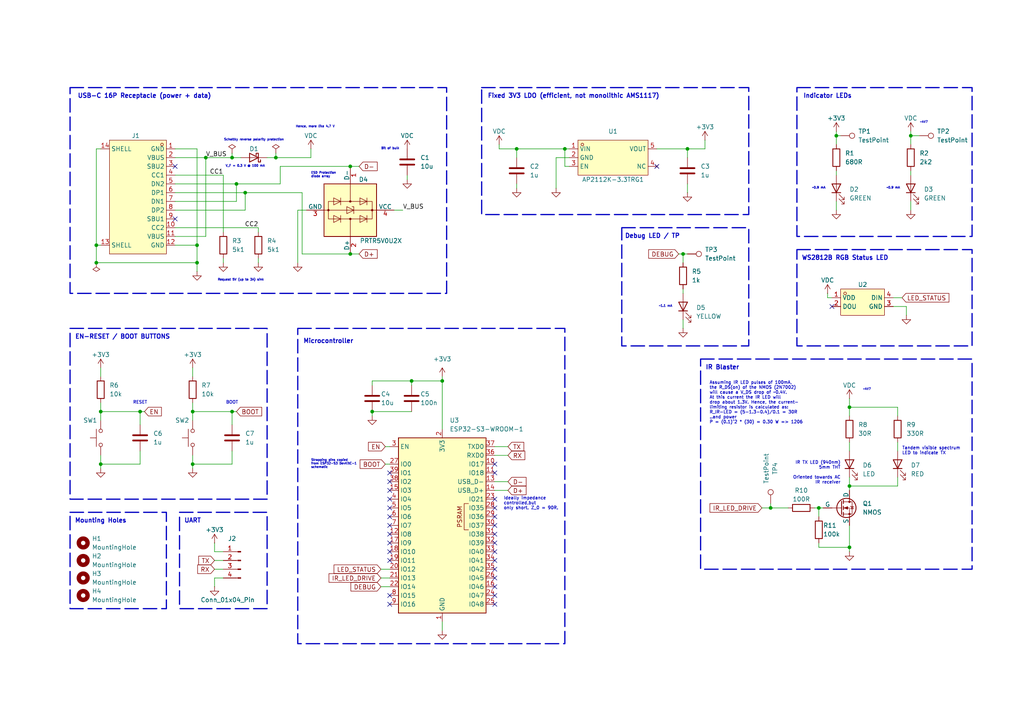
<source format=kicad_sch>
(kicad_sch (version 20250114) (generator "eeschema") (generator_version "9.0")
  (paper "A4")
  (lib_symbols
    (symbol "Connector:Conn_01x04_Pin" (pin_names (offset 1.016) (hide yes))
      (property "Reference" "J" (at 0 5.08 0))
      (property "Value" "Conn_01x04_Pin" (at 0 -7.62 0))
      (symbol "Conn_01x04_Pin_1_1"
        (pin passive line (at 5.08 2.54 180) (length 3.81) (name "Pin_1") (number "1"))
        (pin passive line (at 5.08 0 180) (length 3.81) (name "Pin_2") (number "2"))
        (pin passive line (at 5.08 -2.54 180) (length 3.81) (name "Pin_3") (number "3"))
        (pin passive line (at 5.08 -5.08 180) (length 3.81) (name "Pin_4") (number "4"))
      )
    )
    (symbol "Connector:TestPoint" (pin_numbers (hide yes)) (pin_names (offset 0.762) (hide yes))
      (property "Reference" "TP" (at 0 6.858 0))
      (property "Value" "TestPoint" (at 0 5.08 0))
      (symbol "TestPoint_1_1"
        (pin passive line (at 0 0 90) (length 2.54) (name "1") (number "1"))
      )
    )
    (symbol "Device:C" (pin_numbers (hide yes)) (pin_names (offset 0.254))
      (property "Reference" "C" (at 0.635 2.54 0))
      (property "Value" "C" (at 0.635 -2.54 0))
      (symbol "C_1_1"
        (pin passive line (at 0 3.81 270) (length 2.794) (name "~") (number "1"))
        (pin passive line (at 0 -3.81 90) (length 2.794) (name "~") (number "2"))
      )
    )
    (symbol "Device:D_Schottky" (pin_numbers (hide yes)) (pin_names (offset 1.016) (hide yes))
      (property "Reference" "D" (at 0 2.54 0))
      (property "Value" "D_Schottky" (at 0 -2.54 0))
      (symbol "D_Schottky_1_1"
        (pin passive line (at -3.81 0 0) (length 2.54) (name "K") (number "1"))
        (pin passive line (at 3.81 0 180) (length 2.54) (name "A") (number "2"))
      )
    )
    (symbol "Device:LED" (pin_numbers (hide yes)) (pin_names (offset 1.016) (hide yes))
      (property "Reference" "D" (at 0 2.54 0))
      (property "Value" "LED" (at 0 -2.54 0))
      (symbol "LED_1_1"
        (pin passive line (at -3.81 0 0) (length 2.54) (name "K") (number "1"))
        (pin passive line (at 3.81 0 180) (length 2.54) (name "A") (number "2"))
      )
    )
    (symbol "Device:R" (pin_numbers (hide yes)) (pin_names (offset 0))
      (property "Reference" "R" (at 2.032 0 90))
      (property "Value" "R" (at 0 0 90))
      (symbol "R_1_1"
        (pin passive line (at 0 3.81 270) (length 1.27) (name "~") (number "1"))
        (pin passive line (at 0 -3.81 90) (length 1.27) (name "~") (number "2"))
      )
    )
    (symbol "LC_libz_sym:AP2112K-3.3TRG1"
      (property "Reference" "U" (at 0 7.62 0))
      (symbol "AP2112K-3.3TRG1_1_1"
        (pin power_in line (at -12.7 2.54 0) (length 2.54) (name "VIN") (number "1"))
        (pin power_in line (at -12.7 0 0) (length 2.54) (name "GND") (number "2"))
        (pin input line (at -12.7 -2.54 0) (length 2.54) (name "EN") (number "3"))
        (pin power_out line (at 12.7 2.54 180) (length 2.54) (name "VOUT") (number "5"))
        (pin no_connect line (at 12.7 -2.54 180) (length 2.54) (name "NC") (number "4"))
      )
    )
    (symbol "LC_libz_sym:TYPE-C16PIN2MD(073)"
      (property "Reference" "USB" (at 0 19.05 0))
      (symbol "TYPE-C16PIN2MD(073)_0_1"
        (pin unspecified line (at -11.43 8.89 0) (length 2.54) (name "SBU2") (number "3"))
        (pin unspecified line (at -11.43 -6.35 0) (length 2.54) (name "SBU1") (number "9"))
      )
      (symbol "TYPE-C16PIN2MD(073)_1_1"
        (pin power_in line (at -11.43 13.97 0) (length 2.54) (name "GND") (number "1"))
        (pin power_in line (at -11.43 11.43 0) (length 2.54) (name "VBUS") (number "2"))
        (pin bidirectional line (at -11.43 6.35 0) (length 2.54) (name "CC1") (number "4"))
        (pin bidirectional line (at -11.43 3.81 0) (length 2.54) (name "DN2") (number "5"))
        (pin bidirectional line (at -11.43 1.27 0) (length 2.54) (name "DP1") (number "6"))
        (pin bidirectional line (at -11.43 -1.27 0) (length 2.54) (name "DN1") (number "7"))
        (pin bidirectional line (at -11.43 -3.81 0) (length 2.54) (name "DP2") (number "8"))
        (pin bidirectional line (at -11.43 -8.89 0) (length 2.54) (name "CC2") (number "10"))
        (pin power_in line (at -11.43 -11.43 0) (length 2.54) (name "VBUS") (number "11"))
        (pin power_in line (at -11.43 -13.97 0) (length 2.54) (name "GND") (number "12"))
        (pin power_in line (at 10.16 13.97 180) (length 2.54) (name "SHELL") (number "14"))
        (pin power_in line (at 10.16 -13.97 180) (length 2.54) (name "SHELL") (number "13"))
      )
    )
    (symbol "LC_libz_sym:WS2812B_5050"
      (property "Reference" "U" (at 0 6.35 0))
      (symbol "WS2812B_5050_1_1"
        (pin power_in line (at -8.89 1.27 0) (length 2.54) (name "VDD") (number "1"))
        (pin output line (at -8.89 -1.27 0) (length 2.54) (name "DOU") (number "2"))
        (pin input line (at 8.89 1.27 180) (length 2.54) (name "DIN") (number "4"))
        (pin power_in line (at 8.89 -1.27 180) (length 2.54) (name "GND") (number "3"))
      )
    )
    (symbol "Mechanical:MountingHole" (pin_names (offset 1.016)) (in_bom no)
      (property "Reference" "H" (at 0 5.08 0))
      (property "Value" "MountingHole" (at 0 3.175 0))
    )
    (symbol "Power_Protection:PRTR5V0U2X" (pin_names (offset 0))
      (property "Reference" "D" (at 2.794 8.636 0))
      (property "Value" "PRTR5V0U2X" (at 8.128 -9.398 0))
      (symbol "PRTR5V0U2X_1_1"
        (pin passive line (at -12.7 0 0) (length 5.08) (name "D-") (number "1"))
        (pin passive line (at 0 12.7 270) (length 5.08) (name "VCC") (number "4"))
        (pin passive line (at 0 -12.7 90) (length 5.08) (name "GND") (number "3"))
        (pin passive line (at 12.7 0 180) (length 5.08) (name "D+") (number "2"))
      )
    )
    (symbol "RF_Module:ESP32-S3-WROOM-1"
      (property "Reference" "U" (at -12.7 26.67 0))
      (property "Value" "ESP32-S3-WROOM-1" (at 12.7 26.67 0))
      (symbol "ESP32-S3-WROOM-1_0_0"
        (text "PSRAM" (at 5.08 2.54 900) (effects (font (size 1.27 1.27))))
      )
      (symbol "ESP32-S3-WROOM-1_1_1"
        (pin input line (at -15.24 22.86 0) (length 2.54) (name "EN") (number "3"))
        (pin bidirectional line (at -15.24 17.78 0) (length 2.54) (name "IO0") (number "27"))
        (pin bidirectional line (at -15.24 15.24 0) (length 2.54) (name "IO1") (number "39"))
        (pin bidirectional line (at -15.24 12.7 0) (length 2.54) (name "IO2") (number "38"))
        (pin bidirectional line (at -15.24 10.16 0) (length 2.54) (name "IO3") (number "15"))
        (pin bidirectional line (at -15.24 7.62 0) (length 2.54) (name "IO4") (number "4"))
        (pin bidirectional line (at -15.24 5.08 0) (length 2.54) (name "IO5") (number "5"))
        (pin bidirectional line (at -15.24 2.54 0) (length 2.54) (name "IO6") (number "6"))
        (pin bidirectional line (at -15.24 0 0) (length 2.54) (name "IO7") (number "7"))
        (pin bidirectional line (at -15.24 -2.54 0) (length 2.54) (name "IO8") (number "12"))
        (pin bidirectional line (at -15.24 -5.08 0) (length 2.54) (name "IO9") (number "17"))
        (pin bidirectional line (at -15.24 -7.62 0) (length 2.54) (name "IO10") (number "18"))
        (pin bidirectional line (at -15.24 -10.16 0) (length 2.54) (name "IO11") (number "19"))
        (pin bidirectional line (at -15.24 -12.7 0) (length 2.54) (name "IO12") (number "20"))
        (pin bidirectional line (at -15.24 -15.24 0) (length 2.54) (name "IO13") (number "21"))
        (pin bidirectional line (at -15.24 -17.78 0) (length 2.54) (name "IO14") (number "22"))
        (pin bidirectional line (at -15.24 -20.32 0) (length 2.54) (name "IO15") (number "8"))
        (pin bidirectional line (at -15.24 -22.86 0) (length 2.54) (name "IO16") (number "9"))
        (pin power_in line (at 0 27.94 270) (length 2.54) (name "3V3") (number "2"))
        (pin power_in line (at 0 -27.94 90) (length 2.54) (name "GND") (number "1"))
        (pin passive line (at 0 -27.94 90) (length 2.54) (hide yes) (name "GND") (number "40"))
        (pin passive line (at 0 -27.94 90) (length 2.54) (hide yes) (name "GND") (number "41"))
        (pin bidirectional line (at 15.24 22.86 180) (length 2.54) (name "TXD0") (number "37"))
        (pin bidirectional line (at 15.24 20.32 180) (length 2.54) (name "RXD0") (number "36"))
        (pin bidirectional line (at 15.24 17.78 180) (length 2.54) (name "IO17") (number "10"))
        (pin bidirectional line (at 15.24 15.24 180) (length 2.54) (name "IO18") (number "11"))
        (pin bidirectional line (at 15.24 12.7 180) (length 2.54) (name "USB_D-") (number "13"))
        (pin bidirectional line (at 15.24 10.16 180) (length 2.54) (name "USB_D+") (number "14"))
        (pin bidirectional line (at 15.24 7.62 180) (length 2.54) (name "IO21") (number "23"))
        (pin bidirectional line (at 15.24 5.08 180) (length 2.54) (name "IO35") (number "28"))
        (pin bidirectional line (at 15.24 2.54 180) (length 2.54) (name "IO36") (number "29"))
        (pin bidirectional line (at 15.24 0 180) (length 2.54) (name "IO37") (number "30"))
        (pin bidirectional line (at 15.24 -2.54 180) (length 2.54) (name "IO38") (number "31"))
        (pin bidirectional line (at 15.24 -5.08 180) (length 2.54) (name "IO39") (number "32"))
        (pin bidirectional line (at 15.24 -7.62 180) (length 2.54) (name "IO40") (number "33"))
        (pin bidirectional line (at 15.24 -10.16 180) (length 2.54) (name "IO41") (number "34"))
        (pin bidirectional line (at 15.24 -12.7 180) (length 2.54) (name "IO42") (number "35"))
        (pin bidirectional line (at 15.24 -15.24 180) (length 2.54) (name "IO45") (number "26"))
        (pin bidirectional line (at 15.24 -17.78 180) (length 2.54) (name "IO46") (number "16"))
        (pin bidirectional line (at 15.24 -20.32 180) (length 2.54) (name "IO47") (number "24"))
        (pin bidirectional line (at 15.24 -22.86 180) (length 2.54) (name "IO48") (number "25"))
      )
    )
    (symbol "Simulation_SPICE:NMOS" (pin_numbers (hide yes)) (pin_names (offset 0))
      (property "Reference" "Q" (at 5.08 1.27 0))
      (property "Value" "NMOS" (at 5.08 -1.27 0))
      (symbol "NMOS_1_1"
        (pin input line (at -5.08 0 0) (length 2.54) (name "G") (number "2"))
        (pin passive line (at 2.54 5.08 270) (length 2.54) (name "D") (number "1"))
        (pin passive line (at 2.54 -5.08 90) (length 2.54) (name "S") (number "3"))
      )
    )
    (symbol "Switch:SW_Push" (pin_numbers (hide yes)) (pin_names (offset 1.016) (hide yes))
      (property "Reference" "SW" (at 1.27 2.54 0))
      (property "Value" "SW_Push" (at 0 -1.524 0))
      (symbol "SW_Push_0_1"
        (pin passive line (at -5.08 0 0) (length 2.54) (name "1") (number "1"))
        (pin passive line (at 5.08 0 180) (length 2.54) (name "2") (number "2"))
      )
    )
    (symbol "power:+3V3" (power) (pin_numbers (hide yes)) (pin_names (offset 0) (hide yes))
      (property "Value" "+3V3" (at 0 3.556 0))
      (symbol "+3V3_1_1"
        (pin power_in line (at 0 0 90) (length 0) (name "~") (number "1"))
      )
    )
    (symbol "power:GND" (power) (pin_numbers (hide yes)) (pin_names (offset 0) (hide yes))
      (property "Value" "GND" (at 0 -3.81 0))
      (symbol "GND_1_1"
        (pin power_in line (at 0 0 270) (length 0) (name "~") (number "1"))
      )
    )
    (symbol "power:PWR_FLAG" (power) (pin_numbers (hide yes)) (pin_names (offset 0) (hide yes))
      (property "Value" "PWR_FLAG" (at 0 3.81 0))
      (symbol "PWR_FLAG_0_0"
        (pin power_out line (at 0 0 90) (length 0) (name "~") (number "1"))
      )
    )
    (symbol "power:VDC" (power) (pin_numbers (hide yes)) (pin_names (offset 0) (hide yes))
      (property "Value" "VDC" (at 0 3.556 0))
      (symbol "VDC_1_1"
        (pin power_in line (at 0 0 90) (length 0) (name "~") (number "1"))
      )
    )
  )
  (rectangle (start 139.7 25.4) (end 217.17 62.23) (stroke (width 0.3556) (type dash)))
  (rectangle (start 231.14 25.4) (end 281.94 68.58) (stroke (width 0.3556) (type dash)))
  (rectangle (start 20.32 25.4) (end 129.54 85.09) (stroke (width 0.3556) (type dash)))
  (rectangle (start 20.32 95.25) (end 77.47 144.78) (stroke (width 0.3556) (type dash)))
  (rectangle (start 231.14 72.39) (end 281.94 100.33) (stroke (width 0.3556) (type dash)))
  (rectangle (start 20.32 148.59) (end 48.26 176.53) (stroke (width 0.3556) (type dash)))
  (rectangle (start 203.2 104.14) (end 281.94 165.1) (stroke (width 0.3556) (type dash)))
  (rectangle (start 86.36 95.25) (end 163.83 186.69) (stroke (width 0.3556) (type dash)))
  (rectangle (start 52.07 148.59) (end 77.47 176.53) (stroke (width 0.3556) (type dash)))
  (rectangle (start 180.34 66.04) (end 217.17 100.33) (stroke (width 0.3556) (type dash)))
  (text "Mounting Holes" (at 29.21 151.13 0) (effects (font (size 1.27 1.27) (thickness 0.254) (bold yes))))
  (text "Debug LED / TP" (at 189.23 68.58 0) (effects (font (size 1.27 1.27) (thickness 0.254) (bold yes))))
  (text "RESET" (at 40.64 116.84 0) (effects (font (size 0.889 0.889))))
  (text "ESD Protection\ndiode array" (at 90.17 50.8 0) (effects (font (size 0.635 0.635)) (justify left)))
  (text "WS2812B RGB Status LED" (at 245.11 74.93 0) (effects (font (size 1.27 1.27) (thickness 0.254) (bold yes))))
  (text "~0.9 mA" (at 259.08 54.61 0) (effects (font (size 0.635 0.635))))
  (text "Schottky reverse polarity protection" (at 73.66 40.64 0) (effects (font (size 0.635 0.635))))
  (text "Tandem visible spectrum\nLED to indicate TX" (at 261.62 130.81 0) (effects (font (size 0.889 0.889)) (justify left)))
  (text "IR Blaster" (at 209.55 106.68 0) (effects (font (size 1.27 1.27) (thickness 0.254) (bold yes))))
  (text "~4V7" (at 267.97 35.56 0) (effects (font (size 0.635 0.635))))
  (text "Ideally impedance\ncontrolled,but \nonly short. Z_0 = 90R." (at 146.05 146.05 0) (effects (font (size 0.889 0.889)) (justify left)))
  (text "Microcontroller" (at 95.25 99.06 0) (effects (font (size 1.27 1.27) (thickness 0.254) (bold yes))))
  (text "EN-RESET / BOOT BUTTONS" (at 35.56 97.79 0) (effects (font (size 1.27 1.27) (thickness 0.254) (bold yes))))
  (text "UART" (at 55.88 151.13 0) (effects (font (size 1.27 1.27) (thickness 0.254) (bold yes))))
  (text "Assuming IR LED pulses of 100mA,\nthe R_DS(on) of the NMOS (2N7002)\nwill cause a V_DS drop of ~0.4V.\nAt this current the IR LED will \ndrop about 1.3V. Hence, the current-\nlimiting resistor is calculated as:\nR_IR-LED = (5-1.3-0.4)/0.1 = 30R\n..and power\nP = (0.1)^2 * (30) = 0.30 W => 1206" (at 205.74 116.84 0) (effects (font (size 0.889 0.889)) (justify left)))
  (text "Hence, more like 4.7 V" (at 91.44 36.83 0) (effects (font (size 0.635 0.635))))
  (text "V_F = 0.3 V @ 100 mA" (at 71.12 48.26 0) (effects (font (size 0.635 0.635))))
  (text "~1.1 mA" (at 193.04 88.9 0) (effects (font (size 0.635 0.635))))
  (text "BOOT" (at 67.31 116.84 0) (effects (font (size 0.889 0.889))))
  (text "~0.9 mA" (at 237.49 54.61 0) (effects (font (size 0.635 0.635))))
  (text "USB-C 16P Receptacle (power + data)" (at 41.91 27.94 0) (effects (font (size 1.27 1.27) (thickness 0.254) (bold yes))))
  (text "~4V7" (at 251.46 113.03 0) (effects (font (size 0.635 0.635))))
  (text "Strapping pins copied\nfrom ESP32-S3 DevKitC-1\nschematic" (at 90.17 134.62 0) (effects (font (size 0.635 0.635)) (justify left)))
  (text "IR TX LED (940nm)\n5mm THT\n\nOriented towards AC\nIR receiver" (at 243.84 137.16 0) (effects (font (size 0.889 0.889)) (justify right)))
  (text "Indicator LEDs" (at 240.03 27.94 0) (effects (font (size 1.27 1.27) (thickness 0.254) (bold yes))))
  (text "Request 5V (up to 3A) sink" (at 69.85 81.28 0) (effects (font (size 0.635 0.635))))
  (text "Fixed 3V3 LDO (efficient, not monolithic AMS1117)" (at 166.37 27.94 0) (effects (font (size 1.27 1.27) (thickness 0.254) (bold yes))))
  (text "Bit of bulk" (at 110.49 43.18 0) (effects (font (size 0.635 0.635)) (justify left)))
  (junction (at 67.31 119.38))
  (junction (at 57.15 71.12))
  (junction (at 67.31 45.72))
  (junction (at 55.88 134.62))
  (junction (at 149.86 43.18))
  (junction (at 101.6 73.66))
  (junction (at 107.95 119.38))
  (junction (at 40.64 119.38))
  (junction (at 29.21 134.62))
  (junction (at 199.39 43.18))
  (junction (at 246.38 158.75))
  (junction (at 27.94 76.2))
  (junction (at 71.12 55.88))
  (junction (at 242.57 39.37))
  (junction (at 128.27 110.49))
  (junction (at 80.01 45.72))
  (junction (at 119.38 110.49))
  (junction (at 101.6 48.26))
  (junction (at 57.15 76.2))
  (junction (at 237.49 147.32))
  (junction (at 55.88 119.38))
  (junction (at 246.38 118.11))
  (junction (at 163.83 43.18))
  (junction (at 59.69 45.72))
  (junction (at 29.21 119.38))
  (junction (at 264.16 39.37))
  (junction (at 27.94 71.12))
  (junction (at 246.38 140.97))
  (junction (at 198.12 73.66))
  (junction (at 68.58 53.34))
  (junction (at 223.52 147.32))
  (no_connect (at 113.03 139.7))
  (no_connect (at 50.8 63.5))
  (no_connect (at 143.51 165.1))
  (no_connect (at 113.03 152.4))
  (no_connect (at 113.03 175.26))
  (no_connect (at 113.03 144.78))
  (no_connect (at 143.51 170.18))
  (no_connect (at 143.51 172.72))
  (no_connect (at 143.51 167.64))
  (no_connect (at 50.8 48.26))
  (no_connect (at 143.51 157.48))
  (no_connect (at 113.03 149.86))
  (no_connect (at 113.03 154.94))
  (no_connect (at 113.03 157.48))
  (no_connect (at 113.03 162.56))
  (no_connect (at 113.03 142.24))
  (no_connect (at 143.51 144.78))
  (no_connect (at 113.03 147.32))
  (no_connect (at 143.51 152.4))
  (no_connect (at 143.51 147.32))
  (no_connect (at 113.03 160.02))
  (no_connect (at 241.3 88.9))
  (no_connect (at 143.51 162.56))
  (no_connect (at 143.51 154.94))
  (no_connect (at 143.51 175.26))
  (no_connect (at 113.03 137.16))
  (no_connect (at 143.51 149.86))
  (no_connect (at 190.5 48.26))
  (no_connect (at 143.51 137.16))
  (no_connect (at 113.03 172.72))
  (no_connect (at 143.51 134.62))
  (no_connect (at 143.51 160.02))
  (wire (pts (xy 64.77 67.31) (xy 64.77 50.8)))
  (wire (pts (xy 246.38 118.11) (xy 246.38 120.65)))
  (wire (pts (xy 246.38 128.27) (xy 246.38 130.81)))
  (wire (pts (xy 29.21 106.68) (xy 29.21 109.22)))
  (wire (pts (xy 161.29 45.72) (xy 165.1 45.72)))
  (wire (pts (xy 64.77 50.8) (xy 50.8 50.8)))
  (wire (pts (xy 68.58 53.34) (xy 81.28 53.34)))
  (wire (pts (xy 246.38 115.57) (xy 246.38 118.11)))
  (wire (pts (xy 57.15 43.18) (xy 57.15 71.12)))
  (wire (pts (xy 161.29 54.61) (xy 161.29 45.72)))
  (wire (pts (xy 199.39 53.34) (xy 199.39 55.88)))
  (wire (pts (xy 67.31 44.45) (xy 67.31 45.72)))
  (wire (pts (xy 111.76 134.62) (xy 113.03 134.62)))
  (wire (pts (xy 71.12 60.96) (xy 71.12 55.88)))
  (wire (pts (xy 29.21 134.62) (xy 40.64 134.62)))
  (wire (pts (xy 242.57 39.37) (xy 242.57 41.91)))
  (wire (pts (xy 50.8 68.58) (xy 59.69 68.58)))
  (wire (pts (xy 67.31 130.81) (xy 67.31 134.62)))
  (wire (pts (xy 119.38 119.38) (xy 107.95 119.38)))
  (wire (pts (xy 165.1 48.26) (xy 163.83 48.26)))
  (wire (pts (xy 199.39 43.18) (xy 199.39 45.72)))
  (wire (pts (xy 62.23 160.02) (xy 64.77 160.02)))
  (wire (pts (xy 199.39 43.18) (xy 204.47 43.18)))
  (wire (pts (xy 107.95 110.49) (xy 119.38 110.49)))
  (wire (pts (xy 59.69 45.72) (xy 67.31 45.72)))
  (wire (pts (xy 57.15 76.2) (xy 57.15 71.12)))
  (wire (pts (xy 101.6 48.26) (xy 104.14 48.26)))
  (wire (pts (xy 246.38 118.11) (xy 260.35 118.11)))
  (wire (pts (xy 237.49 157.48) (xy 237.49 158.75)))
  (wire (pts (xy 242.57 39.37) (xy 243.84 39.37)))
  (wire (pts (xy 29.21 134.62) (xy 29.21 132.08)))
  (wire (pts (xy 198.12 92.71) (xy 198.12 95.25)))
  (wire (pts (xy 107.95 111.76) (xy 107.95 110.49)))
  (wire (pts (xy 163.83 43.18) (xy 165.1 43.18)))
  (wire (pts (xy 242.57 38.1) (xy 242.57 39.37)))
  (wire (pts (xy 50.8 45.72) (xy 59.69 45.72)))
  (wire (pts (xy 55.88 119.38) (xy 55.88 121.92)))
  (wire (pts (xy 87.63 73.66) (xy 87.63 55.88)))
  (wire (pts (xy 119.38 110.49) (xy 119.38 111.76)))
  (wire (pts (xy 81.28 53.34) (xy 81.28 48.26)))
  (wire (pts (xy 27.94 43.18) (xy 27.94 71.12)))
  (wire (pts (xy 240.03 86.36) (xy 241.3 86.36)))
  (wire (pts (xy 107.95 119.38) (xy 107.95 120.65)))
  (wire (pts (xy 40.64 119.38) (xy 29.21 119.38)))
  (wire (pts (xy 223.52 146.05) (xy 223.52 147.32)))
  (wire (pts (xy 114.3 60.96) (xy 116.84 60.96)))
  (wire (pts (xy 190.5 43.18) (xy 199.39 43.18)))
  (wire (pts (xy 237.49 147.32) (xy 238.76 147.32)))
  (wire (pts (xy 260.35 118.11) (xy 260.35 120.65)))
  (wire (pts (xy 246.38 152.4) (xy 246.38 158.75)))
  (wire (pts (xy 237.49 149.86) (xy 237.49 147.32)))
  (wire (pts (xy 119.38 110.49) (xy 128.27 110.49)))
  (wire (pts (xy 220.98 147.32) (xy 223.52 147.32)))
  (wire (pts (xy 62.23 170.18) (xy 62.23 167.64)))
  (wire (pts (xy 27.94 76.2) (xy 57.15 76.2)))
  (wire (pts (xy 74.93 74.93) (xy 74.93 76.2)))
  (wire (pts (xy 40.64 119.38) (xy 41.91 119.38)))
  (wire (pts (xy 260.35 140.97) (xy 260.35 138.43)))
  (wire (pts (xy 111.76 129.54) (xy 113.03 129.54)))
  (wire (pts (xy 55.88 106.68) (xy 55.88 109.22)))
  (wire (pts (xy 101.6 73.66) (xy 104.14 73.66)))
  (wire (pts (xy 149.86 43.18) (xy 163.83 43.18)))
  (wire (pts (xy 246.38 140.97) (xy 246.38 142.24)))
  (wire (pts (xy 259.08 86.36) (xy 261.62 86.36)))
  (wire (pts (xy 110.49 165.1) (xy 113.03 165.1)))
  (wire (pts (xy 246.38 138.43) (xy 246.38 140.97)))
  (wire (pts (xy 29.21 116.84) (xy 29.21 119.38)))
  (wire (pts (xy 67.31 123.19) (xy 67.31 119.38)))
  (wire (pts (xy 40.64 123.19) (xy 40.64 119.38)))
  (wire (pts (xy 71.12 55.88) (xy 87.63 55.88)))
  (wire (pts (xy 55.88 134.62) (xy 67.31 134.62)))
  (wire (pts (xy 59.69 68.58) (xy 59.69 45.72)))
  (wire (pts (xy 143.51 142.24) (xy 147.32 142.24)))
  (wire (pts (xy 262.89 88.9) (xy 259.08 88.9)))
  (wire (pts (xy 64.77 165.1) (xy 62.23 165.1)))
  (wire (pts (xy 240.03 85.09) (xy 240.03 86.36)))
  (wire (pts (xy 55.88 134.62) (xy 55.88 132.08)))
  (wire (pts (xy 50.8 43.18) (xy 57.15 43.18)))
  (wire (pts (xy 236.22 147.32) (xy 237.49 147.32)))
  (wire (pts (xy 143.51 129.54) (xy 147.32 129.54)))
  (wire (pts (xy 64.77 74.93) (xy 64.77 76.2)))
  (wire (pts (xy 40.64 130.81) (xy 40.64 134.62)))
  (wire (pts (xy 50.8 60.96) (xy 71.12 60.96)))
  (wire (pts (xy 50.8 58.42) (xy 68.58 58.42)))
  (wire (pts (xy 68.58 53.34) (xy 50.8 53.34)))
  (wire (pts (xy 67.31 119.38) (xy 68.58 119.38)))
  (wire (pts (xy 67.31 45.72) (xy 69.85 45.72)))
  (wire (pts (xy 242.57 49.53) (xy 242.57 50.8)))
  (wire (pts (xy 64.77 162.56) (xy 62.23 162.56)))
  (wire (pts (xy 149.86 53.34) (xy 149.86 54.61)))
  (wire (pts (xy 87.63 73.66) (xy 101.6 73.66)))
  (wire (pts (xy 260.35 128.27) (xy 260.35 130.81)))
  (wire (pts (xy 264.16 49.53) (xy 264.16 50.8)))
  (wire (pts (xy 196.85 73.66) (xy 198.12 73.66)))
  (wire (pts (xy 110.49 170.18) (xy 113.03 170.18)))
  (wire (pts (xy 27.94 43.18) (xy 29.21 43.18)))
  (wire (pts (xy 29.21 119.38) (xy 29.21 121.92)))
  (wire (pts (xy 144.78 41.91) (xy 144.78 43.18)))
  (wire (pts (xy 81.28 48.26) (xy 101.6 48.26)))
  (wire (pts (xy 242.57 58.42) (xy 242.57 60.96)))
  (wire (pts (xy 86.36 60.96) (xy 88.9 60.96)))
  (wire (pts (xy 144.78 43.18) (xy 149.86 43.18)))
  (wire (pts (xy 62.23 157.48) (xy 62.23 160.02)))
  (wire (pts (xy 50.8 66.04) (xy 74.93 66.04)))
  (wire (pts (xy 246.38 160.02) (xy 246.38 158.75)))
  (wire (pts (xy 57.15 78.74) (xy 57.15 76.2)))
  (wire (pts (xy 57.15 71.12) (xy 50.8 71.12)))
  (wire (pts (xy 204.47 40.64) (xy 204.47 43.18)))
  (wire (pts (xy 80.01 44.45) (xy 80.01 45.72)))
  (wire (pts (xy 198.12 83.82) (xy 198.12 85.09)))
  (wire (pts (xy 68.58 58.42) (xy 68.58 53.34)))
  (wire (pts (xy 77.47 45.72) (xy 80.01 45.72)))
  (wire (pts (xy 80.01 45.72) (xy 90.17 45.72)))
  (wire (pts (xy 262.89 91.44) (xy 262.89 88.9)))
  (wire (pts (xy 264.16 39.37) (xy 264.16 41.91)))
  (wire (pts (xy 143.51 139.7) (xy 147.32 139.7)))
  (wire (pts (xy 50.8 55.88) (xy 71.12 55.88)))
  (wire (pts (xy 67.31 119.38) (xy 55.88 119.38)))
  (wire (pts (xy 163.83 48.26) (xy 163.83 43.18)))
  (wire (pts (xy 90.17 45.72) (xy 90.17 43.18)))
  (wire (pts (xy 74.93 67.31) (xy 74.93 66.04)))
  (wire (pts (xy 86.36 60.96) (xy 86.36 76.2)))
  (wire (pts (xy 264.16 58.42) (xy 264.16 60.96)))
  (wire (pts (xy 55.88 135.89) (xy 55.88 134.62)))
  (wire (pts (xy 128.27 110.49) (xy 128.27 124.46)))
  (wire (pts (xy 128.27 109.22) (xy 128.27 110.49)))
  (wire (pts (xy 149.86 43.18) (xy 149.86 45.72)))
  (wire (pts (xy 198.12 73.66) (xy 198.12 76.2)))
  (wire (pts (xy 246.38 140.97) (xy 260.35 140.97)))
  (wire (pts (xy 223.52 147.32) (xy 228.6 147.32)))
  (wire (pts (xy 27.94 71.12) (xy 29.21 71.12)))
  (wire (pts (xy 128.27 180.34) (xy 128.27 182.88)))
  (wire (pts (xy 143.51 132.08) (xy 147.32 132.08)))
  (wire (pts (xy 110.49 167.64) (xy 113.03 167.64)))
  (wire (pts (xy 29.21 135.89) (xy 29.21 134.62)))
  (wire (pts (xy 264.16 39.37) (xy 266.7 39.37)))
  (wire (pts (xy 237.49 158.75) (xy 246.38 158.75)))
  (wire (pts (xy 55.88 116.84) (xy 55.88 119.38)))
  (wire (pts (xy 62.23 167.64) (xy 64.77 167.64)))
  (wire (pts (xy 264.16 38.1) (xy 264.16 39.37)))
  (wire (pts (xy 27.94 71.12) (xy 27.94 76.2)))
  (wire (pts (xy 198.12 73.66) (xy 199.39 73.66)))
  (wire (pts (xy 118.11 50.8) (xy 118.11 52.07)))
  (label "CC1" (at 64.77 50.8 180))
  (label "V_BUS" (at 59.69 45.72 0))
  (label "CC2" (at 74.93 66.04 180))
  (label "V_BUS" (at 116.84 60.96 0))
  (global_label "LED_STATUS" (shape input) (at 261.62 86.36 0) (property "Intersheetrefs" "${INTERSHEET_REFS}" (effects (hide yes))))
  (global_label "LED_STATUS" (shape input) (at 110.49 165.1 180) (property "Intersheetrefs" "${INTERSHEET_REFS}" (effects (hide yes))))
  (global_label "EN" (shape input) (at 41.91 119.38 0) (property "Intersheetrefs" "${INTERSHEET_REFS}" (effects (hide yes))))
  (global_label "RX" (shape input) (at 147.32 132.08 0) (property "Intersheetrefs" "${INTERSHEET_REFS}" (effects (hide yes))))
  (global_label "BOOT" (shape input) (at 111.76 134.62 180) (property "Intersheetrefs" "${INTERSHEET_REFS}" (effects (hide yes))))
  (global_label "DEBUG" (shape input) (at 110.49 170.18 180) (property "Intersheetrefs" "${INTERSHEET_REFS}" (effects (hide yes))))
  (global_label "TX" (shape input) (at 147.32 129.54 0) (property "Intersheetrefs" "${INTERSHEET_REFS}" (effects (hide yes))))
  (global_label "DEBUG" (shape input) (at 196.85 73.66 180) (property "Intersheetrefs" "${INTERSHEET_REFS}" (effects (hide yes))))
  (global_label "D+" (shape input) (at 147.32 142.24 0) (property "Intersheetrefs" "${INTERSHEET_REFS}" (effects (hide yes))))
  (global_label "BOOT" (shape input) (at 68.58 119.38 0) (property "Intersheetrefs" "${INTERSHEET_REFS}" (effects (hide yes))))
  (global_label "RX" (shape input) (at 62.23 165.1 180) (property "Intersheetrefs" "${INTERSHEET_REFS}" (effects (hide yes))))
  (global_label "IR_LED_DRIVE" (shape input) (at 110.49 167.64 180) (property "Intersheetrefs" "${INTERSHEET_REFS}" (effects (hide yes))))
  (global_label "IR_LED_DRIVE" (shape input) (at 220.98 147.32 180) (property "Intersheetrefs" "${INTERSHEET_REFS}" (effects (hide yes))))
  (global_label "D-" (shape input) (at 104.14 48.26 0) (property "Intersheetrefs" "${INTERSHEET_REFS}" (effects (hide yes))))
  (global_label "EN" (shape input) (at 111.76 129.54 180) (property "Intersheetrefs" "${INTERSHEET_REFS}" (effects (hide yes))))
  (global_label "D+" (shape input) (at 104.14 73.66 0) (property "Intersheetrefs" "${INTERSHEET_REFS}" (effects (hide yes))))
  (global_label "D-" (shape input) (at 147.32 139.7 0) (property "Intersheetrefs" "${INTERSHEET_REFS}" (effects (hide yes))))
  (global_label "TX" (shape input) (at 62.23 162.56 180) (property "Intersheetrefs" "${INTERSHEET_REFS}" (effects (hide yes))))
  (symbol (lib_id "Device:C") (at 67.31 127 0) (unit 1)
    (property "Reference" "C7" (at 71.12 125.7299 0) (effects (justify left)))
    (property "Value" "1u" (at 71.12 128.2699 0) (effects (justify left)))
    (property "Footprint" "Capacitor_SMD:C_0603_1608Metric" (effects (hide yes)))
    (property "Description" "1uF 50V X5R ±10% 0603 Multilayer Ceramic Capacitors MLCC" (effects (hide yes)))
    (property "LCSC" "C15849" (effects (hide yes)))
  )
  (symbol (lib_id "power:GND") (at 86.36 76.2 0) (unit 1)
    (property "Reference" "#PWR015" (effects (hide yes)))
    (property "Value" "GND" (effects (hide yes)))
    (property "Description" "Power symbol creates a global label with name \"GND\" , ground" (effects (hide yes)))
  )
  (symbol (lib_id "Mechanical:MountingHole") (at 24.13 162.56 0) (unit 1) (in_bom no)
    (property "Reference" "H2" (at 26.67 161.2899 0) (effects (justify left)))
    (property "Value" "MountingHole" (at 26.67 163.8299 0) (effects (justify left)))
    (property "Footprint" "MountingHole:MountingHole_2.2mm_M2" (effects (hide yes)))
    (property "Description" "Mounting Hole without connection" (effects (hide yes)))
  )
  (symbol (lib_id "power:+3V3") (at 204.47 40.64 0) (unit 1)
    (property "Reference" "#PWR03" (effects (hide yes)))
    (property "Value" "+3V3" (at 204.47 36.83 0))
    (property "Description" "Power symbol creates a global label with name \"+3V3\"" (effects (hide yes)))
  )
  (symbol (lib_id "Mechanical:MountingHole") (at 24.13 167.64 0) (unit 1) (in_bom no)
    (property "Reference" "H3" (at 26.67 166.3699 0) (effects (justify left)))
    (property "Value" "MountingHole" (at 26.67 168.9099 0) (effects (justify left)))
    (property "Footprint" "MountingHole:MountingHole_2.2mm_M2" (effects (hide yes)))
    (property "Description" "Mounting Hole without connection" (effects (hide yes)))
  )
  (symbol (lib_id "power:+3V3") (at 128.27 109.22 0) (unit 1)
    (property "Reference" "#PWR022" (effects (hide yes)))
    (property "Value" "+3V3" (at 128.27 104.14 0))
    (property "Description" "Power symbol creates a global label with name \"+3V3\"" (effects (hide yes)))
  )
  (symbol (lib_id "Device:C") (at 40.64 127 0) (unit 1)
    (property "Reference" "C6" (at 44.45 125.7299 0) (effects (justify left)))
    (property "Value" "1u" (at 44.45 128.2699 0) (effects (justify left)))
    (property "Footprint" "Capacitor_SMD:C_0603_1608Metric" (effects (hide yes)))
    (property "Description" "1uF 50V X5R ±10% 0603 Multilayer Ceramic Capacitors MLCC" (effects (hide yes)))
    (property "LCSC" "C15849" (effects (hide yes)))
  )
  (symbol (lib_id "power:GND") (at 198.12 95.25 0) (unit 1)
    (property "Reference" "#PWR019" (effects (hide yes)))
    (property "Value" "GND" (effects (hide yes)))
    (property "Description" "Power symbol creates a global label with name \"GND\" , ground" (effects (hide yes)))
  )
  (symbol (lib_id "Device:C") (at 119.38 115.57 0) (unit 1)
    (property "Reference" "C5" (at 121.92 114.3 0) (effects (justify left)))
    (property "Value" "100n" (at 121.92 116.84 0) (effects (justify left)))
    (property "Footprint" "Capacitor_SMD:C_0402_1005Metric" (effects (hide yes)))
    (property "Description" "Unpolarized capacitor" (effects (hide yes)))
    (property "LCSC" "C1525" (effects (hide yes)))
  )
  (symbol (lib_id "Device:LED") (at 264.16 54.61 90) (unit 1)
    (property "Reference" "D3" (at 267.97 54.9274 90) (effects (justify right)))
    (property "Value" "GREEN" (at 267.97 57.4674 90) (effects (justify right)))
    (property "Footprint" "LED_SMD:LED_0805_2012Metric" (effects (hide yes)))
    (property "Datasheet" "https://jlcpcb.com/api/file/downloadByFileSystemAccessId/8639582106239348736" (effects (hide yes)))
    (property "Description" "Green LED 0805, V_F = 2.7V" (effects (hide yes)))
    (property "LCSC" "C2297" (effects (hide yes)))
  )
  (symbol (lib_id "Device:R") (at 74.93 71.12 180) (unit 1)
    (property "Reference" "R4" (at 77.47 69.8499 0) (effects (justify right)))
    (property "Value" "5k1" (at 77.47 72.3899 0) (effects (justify right)))
    (property "Footprint" "Resistor_SMD:R_0402_1005Metric" (effects (hide yes)))
    (property "Description" "Resistor" (effects (hide yes)))
    (property "LCSC" "C25905" (effects (hide yes)))
  )
  (symbol (lib_id "Device:C") (at 118.11 46.99 0) (unit 1)
    (property "Reference" "C1" (at 121.92 45.7199 0) (effects (justify left)))
    (property "Value" "10u" (at 121.92 48.2599 0) (effects (justify left)))
    (property "Footprint" "Capacitor_SMD:C_0805_2012Metric" (effects (hide yes)))
    (property "Description" "Unpolarized capacitor" (effects (hide yes)))
    (property "LCSC" "C15850" (effects (hide yes)))
  )
  (symbol (lib_id "power:GND") (at 118.11 52.07 0) (unit 1)
    (property "Reference" "#PWR07" (effects (hide yes)))
    (property "Value" "GND" (effects (hide yes)))
    (property "Description" "Power symbol creates a global label with name \"GND\" , ground" (effects (hide yes)))
  )
  (symbol (lib_id "Device:R") (at 260.35 124.46 180) (unit 1)
    (property "Reference" "R9" (at 262.89 123.1899 0) (effects (justify right)))
    (property "Value" "330R" (at 262.89 125.7299 0) (effects (justify right)))
    (property "Footprint" "Resistor_SMD:R_0603_1608Metric" (effects (hide yes)))
    (property "Description" "Resistor" (effects (hide yes)))
    (property "LCSC" "C23138" (effects (hide yes)))
  )
  (symbol (lib_id "Switch:SW_Push") (at 29.21 127 90) (unit 1)
    (property "Reference" "SW1" (at 24.13 121.92 90) (effects (justify right)))
    (property "Value" "SW_Push" (effects (hide yes)))
    (property "Footprint" "libs:SW-SMD_L3.9-W3.0-P4.45" (effects (hide yes)))
    (property "Datasheet" "https://www.lcsc.com/datasheet/C455243.pdf" (effects (hide yes)))
    (property "Description" "Push button switch, generic, two pins" (effects (hide yes)))
    (property "LCSC" "C720477" (effects (hide yes)))
  )
  (symbol (lib_id "Device:R") (at 242.57 45.72 180) (unit 1)
    (property "Reference" "R1" (at 245.11 44.4499 0) (effects (justify right)))
    (property "Value" "680R" (at 245.11 46.9899 0) (effects (justify right)))
    (property "Footprint" "Resistor_SMD:R_0603_1608Metric" (effects (hide yes)))
    (property "Description" "Resistor" (effects (hide yes)))
    (property "LCSC" "C23228" (effects (hide yes)))
  )
  (symbol (lib_id "LC_libz_sym:TYPE-C16PIN2MD(073)") (at 39.37 57.15 0) (mirror y) (unit 1)
    (property "Reference" "J1" (at 39.37 39.37 0))
    (property "Value" "TYPE-C 16PIN 2MD(073)" (effects (hide yes)))
    (property "Footprint" "libs:USB-C-SMD_TYPE-C-6PIN-2MD-073" (effects (hide yes)))
    (property "Datasheet" "https://www.lcsc.com/datasheet/C2765186.pdf" (effects (hide yes)))
    (property "Description" "3A Surface Mount, Right Angle 16P Female Type-C SMD USB Connectors" (effects (hide yes)))
    (property "LCSC Part" "C2765186" (effects (hide yes)))
  )
  (symbol (lib_id "power:GND") (at 161.29 54.61 0) (unit 1)
    (property "Reference" "#PWR09" (effects (hide yes)))
    (property "Value" "GND" (effects (hide yes)))
    (property "Description" "Power symbol creates a global label with name \"GND\" , ground" (effects (hide yes)))
  )
  (symbol (lib_id "power:GND") (at 242.57 60.96 0) (unit 1)
    (property "Reference" "#PWR011" (effects (hide yes)))
    (property "Value" "GND" (effects (hide yes)))
    (property "Description" "Power symbol creates a global label with name \"GND\" , ground" (effects (hide yes)))
  )
  (symbol (lib_id "power:GND") (at 107.95 120.65 0) (unit 1)
    (property "Reference" "#PWR024" (effects (hide yes)))
    (property "Value" "GND" (effects (hide yes)))
    (property "Description" "Power symbol creates a global label with name \"GND\" , ground" (effects (hide yes)))
  )
  (symbol (lib_id "power:GND") (at 262.89 91.44 0) (unit 1)
    (property "Reference" "#PWR018" (effects (hide yes)))
    (property "Value" "GND" (effects (hide yes)))
    (property "Description" "Power symbol creates a global label with name \"GND\" , ground" (effects (hide yes)))
  )
  (symbol (lib_id "Simulation_SPICE:NMOS") (at 243.84 147.32 0) (unit 1)
    (property "Reference" "Q1" (at 250.19 146.0499 0) (effects (justify left)))
    (property "Value" "NMOS" (at 250.19 148.5899 0) (effects (justify left)))
    (property "Footprint" "Package_TO_SOT_SMD:SOT-23" (effects (hide yes)))
    (property "Datasheet" "https://jlcpcb.com/api/file/downloadByFileSystemAccessId/8550724090244980736" (effects (hide yes)))
    (property "Description" "N-MOSFET transistor, drain/source/gate" (effects (hide yes)))
    (property "Sim.Pins" "1=D 2=G 3=S" (effects (hide yes)))
    (property "LCSC" "C8545" (effects (hide yes)))
  )
  (symbol (lib_id "power:VDC") (at 264.16 38.1 0) (unit 1)
    (property "Reference" "#PWR02" (effects (hide yes)))
    (property "Value" "VDC" (at 264.16 34.29 0))
    (property "Description" "Power symbol creates a global label with name \"VDC\"" (effects (hide yes)))
  )
  (symbol (lib_id "power:PWR_FLAG") (at 27.94 76.2 180) (unit 1)
    (property "Reference" "#FLG03" (effects (hide yes)))
    (property "Value" "PWR_FLAG" (effects (hide yes)))
    (property "Description" "Special symbol for telling ERC where power comes from" (effects (hide yes)))
  )
  (symbol (lib_id "Device:R") (at 232.41 147.32 270) (unit 1)
    (property "Reference" "R10" (at 232.41 142.24 90))
    (property "Value" "100R" (at 232.41 144.78 90))
    (property "Footprint" "Resistor_SMD:R_0603_1608Metric" (effects (hide yes)))
    (property "Description" "Resistor" (effects (hide yes)))
    (property "LCSC" "C22775" (effects (hide yes)))
  )
  (symbol (lib_id "power:GND") (at 264.16 60.96 0) (unit 1)
    (property "Reference" "#PWR012" (effects (hide yes)))
    (property "Value" "GND" (effects (hide yes)))
    (property "Description" "Power symbol creates a global label with name \"GND\" , ground" (effects (hide yes)))
  )
  (symbol (lib_id "Device:R") (at 64.77 71.12 180) (unit 1)
    (property "Reference" "R3" (at 67.31 69.8499 0) (effects (justify right)))
    (property "Value" "5k1" (at 67.31 72.3899 0) (effects (justify right)))
    (property "Footprint" "Resistor_SMD:R_0402_1005Metric" (effects (hide yes)))
    (property "Description" "Resistor" (effects (hide yes)))
    (property "LCSC" "C25905" (effects (hide yes)))
  )
  (symbol (lib_id "LC_libz_sym:WS2812B_5050") (at 250.19 87.63 0) (unit 1)
    (property "Reference" "U2" (at 250.19 82.55 0))
    (property "Value" "WS2812B_5050" (effects (hide yes)))
    (property "Footprint" "LC_libz_foot:WS2812B_5050" (effects (hide yes)))
    (property "Datasheet" "https://www.lcsc.com/datasheet/C2843785.pdf" (effects (hide yes)))
    (property "Description" "SMD5050 RGB LED (Built-in IC)" (effects (hide yes)))
    (property "LCSC Part" "C2843785" (effects (hide yes)))
  )
  (symbol (lib_id "power:GND") (at 29.21 135.89 0) (unit 1)
    (property "Reference" "#PWR025" (effects (hide yes)))
    (property "Value" "GND" (effects (hide yes)))
    (property "Description" "Power symbol creates a global label with name \"GND\" , ground" (effects (hide yes)))
  )
  (symbol (lib_id "power:GND") (at 57.15 78.74 0) (unit 1)
    (property "Reference" "#PWR016" (effects (hide yes)))
    (property "Value" "GND" (effects (hide yes)))
    (property "Description" "Power symbol creates a global label with name \"GND\" , ground" (effects (hide yes)))
  )
  (symbol (lib_id "Device:LED") (at 260.35 134.62 90) (unit 1)
    (property "Reference" "D7" (at 264.16 134.9374 90) (effects (justify right)))
    (property "Value" "RED" (at 264.16 137.4774 90) (effects (justify right)))
    (property "Footprint" "LED_SMD:LED_0805_2012Metric" (effects (hide yes)))
    (property "Datasheet" "https://jlcpcb.com/api/file/downloadByFileSystemAccessId/8550724080677908480" (effects (hide yes)))
    (property "Description" "Red LED 0805, V_F = 1.8V" (effects (hide yes)))
    (property "LCSC" "C84256" (effects (hide yes)))
  )
  (symbol (lib_id "Power_Protection:PRTR5V0U2X") (at 101.6 60.96 270) (unit 1)
    (property "Reference" "D4" (at 105.41 52.07 90))
    (property "Value" "PRTR5V0U2X" (at 110.49 69.85 90))
    (property "Footprint" "libs:SOT-666-6_L1.6-W1.2-P0.50-LS1.6-BR" (effects (hide yes)))
    (property "Datasheet" "https://assets.nexperia.com/documents/data-sheet/PRTR5V0U2X.pdf" (effects (hide yes)))
    (property "Description" "Ultra low capacitance double rail-to-rail ESD protection diode, SOT-143" (effects (hide yes)))
    (property "LCSC" "C15999" (effects (hide yes)))
  )
  (symbol (lib_id "power:+3V3") (at 62.23 157.48 0) (unit 1)
    (property "Reference" "#PWR027" (effects (hide yes)))
    (property "Value" "+3V3" (at 62.23 153.67 0))
    (property "Description" "Power symbol creates a global label with name \"+3V3\"" (effects (hide yes)))
  )
  (symbol (lib_id "power:GND") (at 199.39 55.88 0) (unit 1)
    (property "Reference" "#PWR010" (effects (hide yes)))
    (property "Value" "GND" (effects (hide yes)))
    (property "Description" "Power symbol creates a global label with name \"GND\" , ground" (effects (hide yes)))
  )
  (symbol (lib_id "Switch:SW_Push") (at 55.88 127 90) (unit 1)
    (property "Reference" "SW2" (at 50.8 121.92 90) (effects (justify right)))
    (property "Value" "SW_Push" (effects (hide yes)))
    (property "Footprint" "libs:SW-SMD_L3.9-W3.0-P4.45" (effects (hide yes)))
    (property "Datasheet" "https://www.lcsc.com/datasheet/C455243.pdf" (effects (hide yes)))
    (property "Description" "Push button switch, generic, two pins" (effects (hide yes)))
    (property "LCSC" "C720477" (effects (hide yes)))
  )
  (symbol (lib_id "power:+3V3") (at 29.21 106.68 0) (unit 1)
    (property "Reference" "#PWR020" (effects (hide yes)))
    (property "Value" "+3V3" (at 29.21 102.87 0))
    (property "Description" "Power symbol creates a global label with name \"+3V3\"" (effects (hide yes)))
  )
  (symbol (lib_id "power:PWR_FLAG") (at 80.01 44.45 0) (unit 1)
    (property "Reference" "#FLG02" (effects (hide yes)))
    (property "Value" "PWR_FLAG" (effects (hide yes)))
    (property "Description" "Special symbol for telling ERC where power comes from" (effects (hide yes)))
  )
  (symbol (lib_id "LC_libz_sym:AP2112K-3.3TRG1") (at 177.8 45.72 0) (unit 1)
    (property "Reference" "U1" (at 177.8 38.1 0))
    (property "Value" "AP2112K-3.3TRG1" (at 177.8 52.07 0))
    (property "Footprint" "libs:SOT-25-5_L2.9-W1.6-P0.95-LS2.8-BL" (effects (hide yes)))
    (property "Datasheet" "https://lcsc.com/product-detail/Low-Dropout-Regulators-LDO_DIODES_AP2112K-3-3TRG1_AP2112K-3-3TRG1_C51118.html" (effects (hide yes)))
    (property "Description" "65dB@(1kHz) 600mA Fixed 3.3V Positive 6V SOT-25-5 Voltage Regulators - Linear, Low Drop Out (LDO) Regulators ROHS" (effects (hide yes)))
    (property "LCSC Part" "C51118" (effects (hide yes)))
  )
  (symbol (lib_id "Mechanical:MountingHole") (at 24.13 172.72 0) (unit 1) (in_bom no)
    (property "Reference" "H4" (at 26.67 171.4499 0) (effects (justify left)))
    (property "Value" "MountingHole" (at 26.67 173.9899 0) (effects (justify left)))
    (property "Footprint" "MountingHole:MountingHole_2.2mm_M2" (effects (hide yes)))
    (property "Description" "Mounting Hole without connection" (effects (hide yes)))
  )
  (symbol (lib_id "power:GND") (at 128.27 182.88 0) (unit 1)
    (property "Reference" "#PWR030" (effects (hide yes)))
    (property "Value" "GND" (effects (hide yes)))
    (property "Description" "Power symbol creates a global label with name \"GND\" , ground" (effects (hide yes)))
  )
  (symbol (lib_id "Connector:TestPoint") (at 199.39 73.66 270) (unit 1)
    (property "Reference" "TP3" (at 204.47 72.3899 90) (effects (justify left)))
    (property "Value" "TestPoint" (at 204.47 74.9299 90) (effects (justify left)))
    (property "Footprint" "TestPoint:TestPoint_THTPad_D1.5mm_Drill0.7mm" (effects (hide yes)))
    (property "Description" "test point" (effects (hide yes)))
  )
  (symbol (lib_id "Device:C") (at 199.39 49.53 0) (unit 1)
    (property "Reference" "C3" (at 203.2 48.2599 0) (effects (justify left)))
    (property "Value" "1u" (at 203.2 50.7999 0) (effects (justify left)))
    (property "Footprint" "Capacitor_SMD:C_0805_2012Metric" (effects (hide yes)))
    (property "Description" "Unpolarized capacitor" (effects (hide yes)))
    (property "LCSC" "C28323" (effects (hide yes)))
  )
  (symbol (lib_id "Connector:TestPoint") (at 223.52 146.05 0) (unit 1)
    (property "Reference" "TP4" (at 224.79 135.89 90))
    (property "Value" "TestPoint" (at 222.25 135.89 90))
    (property "Footprint" "TestPoint:TestPoint_THTPad_D1.5mm_Drill0.7mm" (effects (hide yes)))
    (property "Description" "test point" (effects (hide yes)))
  )
  (symbol (lib_id "power:+3V3") (at 55.88 106.68 0) (unit 1)
    (property "Reference" "#PWR021" (effects (hide yes)))
    (property "Value" "+3V3" (at 55.88 102.87 0))
    (property "Description" "Power symbol creates a global label with name \"+3V3\"" (effects (hide yes)))
  )
  (symbol (lib_id "power:PWR_FLAG") (at 67.31 44.45 0) (unit 1)
    (property "Reference" "#FLG01" (effects (hide yes)))
    (property "Value" "PWR_FLAG" (effects (hide yes)))
    (property "Description" "Special symbol for telling ERC where power comes from" (effects (hide yes)))
  )
  (symbol (lib_id "Device:R") (at 264.16 45.72 180) (unit 1)
    (property "Reference" "R2" (at 266.7 44.4499 0) (effects (justify right)))
    (property "Value" "2k2" (at 266.7 46.9899 0) (effects (justify right)))
    (property "Footprint" "Resistor_SMD:R_0603_1608Metric" (effects (hide yes)))
    (property "Description" "Resistor" (effects (hide yes)))
    (property "LCSC" "C4190" (effects (hide yes)))
  )
  (symbol (lib_id "power:VDC") (at 246.38 115.57 0) (unit 1)
    (property "Reference" "#PWR023" (effects (hide yes)))
    (property "Value" "VDC" (at 246.38 111.76 0))
    (property "Description" "Power symbol creates a global label with name \"VDC\"" (effects (hide yes)))
  )
  (symbol (lib_id "power:GND") (at 55.88 135.89 0) (unit 1)
    (property "Reference" "#PWR026" (effects (hide yes)))
    (property "Value" "GND" (effects (hide yes)))
    (property "Description" "Power symbol creates a global label with name \"GND\" , ground" (effects (hide yes)))
  )
  (symbol (lib_id "Device:D_Schottky") (at 73.66 45.72 180) (unit 1)
    (property "Reference" "D1" (at 73.66 43.18 0))
    (property "Value" "1N5819HW" (effects (hide yes)))
    (property "Footprint" "LC_libz_foot:1N5819HW" (effects (hide yes)))
    (property "Datasheet" "https://www.lcsc.com/datasheet/C82544.pdf" (effects (hide yes)))
    (property "Description" "Schottky diode" (effects (hide yes)))
    (property "LCSC" "C82544" (effects (hide yes)))
  )
  (symbol (lib_id "Device:R") (at 246.38 124.46 180) (unit 1)
    (property "Reference" "R8" (at 248.92 123.1899 0) (effects (justify right)))
    (property "Value" "30R" (at 248.92 125.7299 0) (effects (justify right)))
    (property "Footprint" "Resistor_SMD:R_1206_3216Metric" (effects (hide yes)))
    (property "Description" "Resistor" (effects (hide yes)))
    (property "LCSC" "C25373" (effects (hide yes)))
  )
  (symbol (lib_id "Device:C") (at 107.95 115.57 0) (unit 1)
    (property "Reference" "C4" (at 110.49 114.3 0) (effects (justify left)))
    (property "Value" "10u" (at 110.49 116.84 0) (effects (justify left)))
    (property "Footprint" "Capacitor_SMD:C_0805_2012Metric" (effects (hide yes)))
    (property "Description" "Unpolarized capacitor" (effects (hide yes)))
    (property "LCSC" "C15850" (effects (hide yes)))
  )
  (symbol (lib_id "power:GND") (at 64.77 76.2 0) (unit 1)
    (property "Reference" "#PWR013" (effects (hide yes)))
    (property "Value" "GND" (effects (hide yes)))
    (property "Description" "Power symbol creates a global label with name \"GND\" , ground" (effects (hide yes)))
  )
  (symbol (lib_id "power:GND") (at 149.86 54.61 0) (unit 1)
    (property "Reference" "#PWR08" (effects (hide yes)))
    (property "Value" "GND" (effects (hide yes)))
    (property "Description" "Power symbol creates a global label with name \"GND\" , ground" (effects (hide yes)))
  )
  (symbol (lib_id "Mechanical:MountingHole") (at 24.13 157.48 0) (unit 1) (in_bom no)
    (property "Reference" "H1" (at 26.67 156.2099 0) (effects (justify left)))
    (property "Value" "MountingHole" (at 26.67 158.7499 0) (effects (justify left)))
    (property "Footprint" "MountingHole:MountingHole_2.2mm_M2" (effects (hide yes)))
    (property "Description" "Mounting Hole without connection" (effects (hide yes)))
  )
  (symbol (lib_id "power:VDC") (at 118.11 43.18 0) (unit 1)
    (property "Reference" "#PWR06" (effects (hide yes)))
    (property "Value" "VDC" (at 118.11 39.37 0))
    (property "Description" "Power symbol creates a global label with name \"VDC\"" (effects (hide yes)))
  )
  (symbol (lib_id "Connector:TestPoint") (at 266.7 39.37 270) (unit 1)
    (property "Reference" "TP2" (at 271.78 38.0999 90) (effects (justify left)))
    (property "Value" "TestPoint" (at 271.78 40.6399 90) (effects (justify left)))
    (property "Footprint" "TestPoint:TestPoint_THTPad_D1.5mm_Drill0.7mm" (effects (hide yes)))
    (property "Description" "test point" (effects (hide yes)))
  )
  (symbol (lib_id "Connector:TestPoint") (at 243.84 39.37 270) (unit 1)
    (property "Reference" "TP1" (at 248.92 38.0999 90) (effects (justify left)))
    (property "Value" "TestPoint" (at 248.92 40.6399 90) (effects (justify left)))
    (property "Footprint" "TestPoint:TestPoint_THTPad_D1.5mm_Drill0.7mm" (effects (hide yes)))
    (property "Description" "test point" (effects (hide yes)))
  )
  (symbol (lib_id "Device:R") (at 237.49 153.67 180) (unit 1)
    (property "Reference" "R11" (at 238.76 152.4 0) (effects (justify right)))
    (property "Value" "100k" (at 238.76 154.94 0) (effects (justify right)))
    (property "Footprint" "Resistor_SMD:R_0603_1608Metric" (effects (hide yes)))
    (property "Description" "Resistor" (effects (hide yes)))
    (property "LCSC" "C25803" (effects (hide yes)))
  )
  (symbol (lib_id "power:VDC") (at 90.17 43.18 0) (unit 1)
    (property "Reference" "#PWR05" (effects (hide yes)))
    (property "Value" "VDC" (at 90.17 39.37 0))
    (property "Description" "Power symbol creates a global label with name \"VDC\"" (effects (hide yes)))
  )
  (symbol (lib_id "Device:LED") (at 242.57 54.61 90) (unit 1)
    (property "Reference" "D2" (at 246.38 54.9274 90) (effects (justify right)))
    (property "Value" "GREEN" (at 246.38 57.4674 90) (effects (justify right)))
    (property "Footprint" "LED_SMD:LED_0805_2012Metric" (effects (hide yes)))
    (property "Datasheet" "https://jlcpcb.com/api/file/downloadByFileSystemAccessId/8639582106239348736" (effects (hide yes)))
    (property "Description" "Green LED 0805, V_F = 2.7V" (effects (hide yes)))
    (property "LCSC" "C2297" (effects (hide yes)))
  )
  (symbol (lib_id "power:GND") (at 74.93 76.2 0) (unit 1)
    (property "Reference" "#PWR014" (effects (hide yes)))
    (property "Value" "GND" (effects (hide yes)))
    (property "Description" "Power symbol creates a global label with name \"GND\" , ground" (effects (hide yes)))
  )
  (symbol (lib_id "Device:R") (at 29.21 113.03 180) (unit 1)
    (property "Reference" "R6" (at 31.75 111.7599 0) (effects (justify right)))
    (property "Value" "10k" (at 31.75 114.2999 0) (effects (justify right)))
    (property "Footprint" "Resistor_SMD:R_0603_1608Metric" (effects (hide yes)))
    (property "Description" "Resistor" (effects (hide yes)))
    (property "LCSC" "C25804" (effects (hide yes)))
  )
  (symbol (lib_id "Device:R") (at 198.12 80.01 180) (unit 1)
    (property "Reference" "R5" (at 200.66 78.7399 0) (effects (justify right)))
    (property "Value" "1k" (at 200.66 81.2799 0) (effects (justify right)))
    (property "Footprint" "Resistor_SMD:R_0603_1608Metric" (effects (hide yes)))
    (property "Description" "Resistor" (effects (hide yes)))
    (property "LCSC" "C21190" (effects (hide yes)))
  )
  (symbol (lib_id "Device:LED") (at 198.12 88.9 90) (unit 1)
    (property "Reference" "D5" (at 201.93 89.2174 90) (effects (justify right)))
    (property "Value" "YELLOW" (at 201.93 91.7574 90) (effects (justify right)))
    (property "Footprint" "LED_SMD:LED_0805_2012Metric" (effects (hide yes)))
    (property "Datasheet" "https://jlcpcb.com/api/file/downloadByFileSystemAccessId/8579709195039801344" (effects (hide yes)))
    (property "Description" "Yellow LED 0805, V_F = 2.0V" (effects (hide yes)))
    (property "LCSC" "C2296" (effects (hide yes)))
  )
  (symbol (lib_id "power:+3V3") (at 242.57 38.1 0) (unit 1)
    (property "Reference" "#PWR01" (effects (hide yes)))
    (property "Value" "+3V3" (at 242.57 34.29 0))
    (property "Description" "Power symbol creates a global label with name \"+3V3\"" (effects (hide yes)))
  )
  (symbol (lib_id "RF_Module:ESP32-S3-WROOM-1") (at 128.27 152.4 0) (unit 1)
    (property "Reference" "U3" (at 130.4133 121.92 0) (effects (justify left)))
    (property "Value" "ESP32-S3-WROOM-1" (at 130.4133 124.46 0) (effects (justify left)))
    (property "Footprint" "RF_Module:ESP32-S3-WROOM-1" (effects (hide yes)))
    (property "Datasheet" "https://www.espressif.com/sites/default/files/documentation/esp32-s3-wroom-1_wroom-1u_datasheet_en.pdf" (effects (hide yes)))
    (property "Description" "RF Module, ESP32-S3 SoC, Wi-Fi 802.11b/g/n, Bluetooth, BLE, 32-bit, 3.3V, onboard antenna, SMD" (effects (hide yes)))
    (property "LCSC" "C2913202" (effects (hide yes)))
  )
  (symbol (lib_id "Connector:Conn_01x04_Pin") (at 69.85 162.56 0) (mirror y) (unit 1)
    (property "Reference" "J2" (at 67.31 156.21 0))
    (property "Value" "Conn_01x04_Pin" (at 66.04 173.99 0))
    (property "Footprint" "libs:HDR-TH_4P-P2.54-V-M" (effects (hide yes)))
    (property "Description" "4P Male Header" (effects (hide yes)))
    (property "LCSC" "C2691448" (effects (hide yes)))
  )
  (symbol (lib_id "power:GND") (at 246.38 160.02 0) (unit 1)
    (property "Reference" "#PWR028" (effects (hide yes)))
    (property "Value" "GND" (effects (hide yes)))
    (property "Description" "Power symbol creates a global label with name \"GND\" , ground" (effects (hide yes)))
  )
  (symbol (lib_id "Device:LED") (at 246.38 134.62 90) (unit 1)
    (property "Reference" "D6" (at 250.19 134.9374 90) (effects (justify right)))
    (property "Value" "LED" (at 250.19 137.4774 90) (effects (justify right)))
    (property "Footprint" "LC_libz_foot:IR_LED_TH_5MM" (effects (hide yes)))
    (property "Datasheet" "https://www.everlighteurope.com/custom/files/datasheets/DIR-0000931.pdf" (effects (hide yes)))
    (property "Description" "Light emitting diode" (effects (hide yes)))
    (property "Sim.Pins" "1=K 2=A" (effects (hide yes)))
    (property "LCSC" "C5130" (effects (hide yes)))
  )
  (symbol (lib_id "Device:C") (at 149.86 49.53 0) (unit 1)
    (property "Reference" "C2" (at 153.67 48.2599 0) (effects (justify left)))
    (property "Value" "1u" (at 153.67 50.7999 0) (effects (justify left)))
    (property "Footprint" "Capacitor_SMD:C_0805_2012Metric" (effects (hide yes)))
    (property "Description" "Unpolarized capacitor" (effects (hide yes)))
    (property "LCSC" "C28323" (effects (hide yes)))
  )
  (symbol (lib_id "power:VDC") (at 240.03 85.09 0) (unit 1)
    (property "Reference" "#PWR017" (effects (hide yes)))
    (property "Value" "VDC" (at 240.03 81.28 0))
    (property "Description" "Power symbol creates a global label with name \"VDC\"" (effects (hide yes)))
  )
  (symbol (lib_id "power:GND") (at 62.23 170.18 0) (unit 1)
    (property "Reference" "#PWR029" (effects (hide yes)))
    (property "Value" "GND" (effects (hide yes)))
    (property "Description" "Power symbol creates a global label with name \"GND\" , ground" (effects (hide yes)))
  )
  (symbol (lib_id "Device:R") (at 55.88 113.03 180) (unit 1)
    (property "Reference" "R7" (at 58.42 111.7599 0) (effects (justify right)))
    (property "Value" "10k" (at 58.42 114.2999 0) (effects (justify right)))
    (property "Footprint" "Resistor_SMD:R_0603_1608Metric" (effects (hide yes)))
    (property "Description" "Resistor" (effects (hide yes)))
    (property "LCSC" "C25804" (effects (hide yes)))
  )
  (symbol (lib_id "power:VDC") (at 144.78 41.91 0) (unit 1)
    (property "Reference" "#PWR04" (effects (hide yes)))
    (property "Value" "VDC" (at 144.78 38.1 0))
    (property "Description" "Power symbol creates a global label with name \"VDC\"" (effects (hide yes)))
  )
)
</source>
